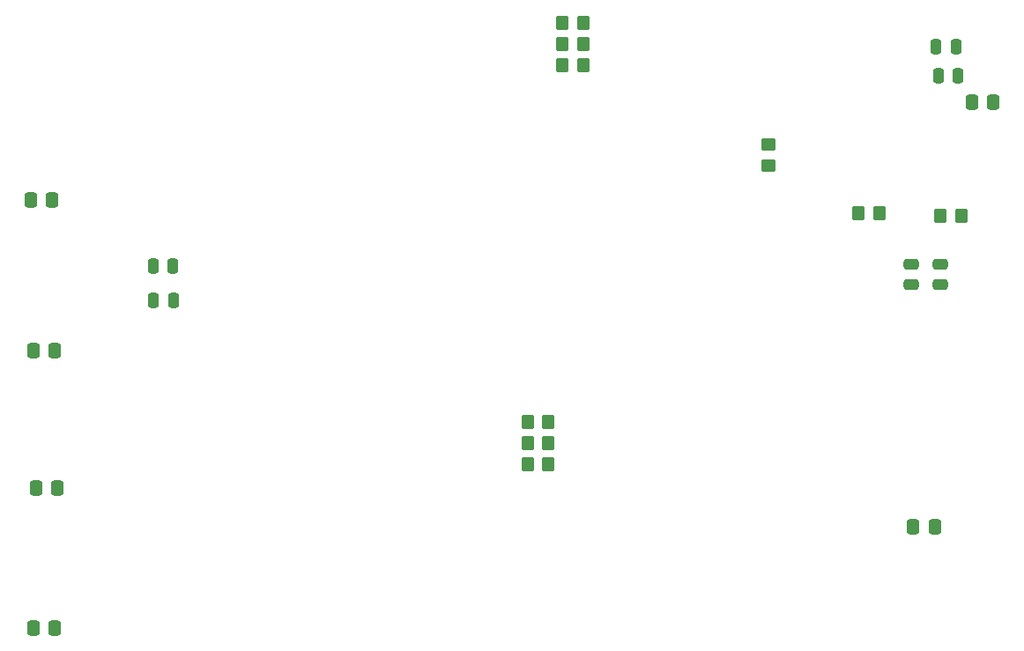
<source format=gbr>
%TF.GenerationSoftware,KiCad,Pcbnew,8.0.2*%
%TF.CreationDate,2025-02-26T22:38:59-05:00*%
%TF.ProjectId,MainPCB,4d61696e-5043-4422-9e6b-696361645f70,rev?*%
%TF.SameCoordinates,Original*%
%TF.FileFunction,Paste,Bot*%
%TF.FilePolarity,Positive*%
%FSLAX46Y46*%
G04 Gerber Fmt 4.6, Leading zero omitted, Abs format (unit mm)*
G04 Created by KiCad (PCBNEW 8.0.2) date 2025-02-26 22:38:59*
%MOMM*%
%LPD*%
G01*
G04 APERTURE LIST*
G04 Aperture macros list*
%AMRoundRect*
0 Rectangle with rounded corners*
0 $1 Rounding radius*
0 $2 $3 $4 $5 $6 $7 $8 $9 X,Y pos of 4 corners*
0 Add a 4 corners polygon primitive as box body*
4,1,4,$2,$3,$4,$5,$6,$7,$8,$9,$2,$3,0*
0 Add four circle primitives for the rounded corners*
1,1,$1+$1,$2,$3*
1,1,$1+$1,$4,$5*
1,1,$1+$1,$6,$7*
1,1,$1+$1,$8,$9*
0 Add four rect primitives between the rounded corners*
20,1,$1+$1,$2,$3,$4,$5,0*
20,1,$1+$1,$4,$5,$6,$7,0*
20,1,$1+$1,$6,$7,$8,$9,0*
20,1,$1+$1,$8,$9,$2,$3,0*%
G04 Aperture macros list end*
%ADD10RoundRect,0.250000X0.350000X0.450000X-0.350000X0.450000X-0.350000X-0.450000X0.350000X-0.450000X0*%
%ADD11RoundRect,0.250000X-0.450000X0.350000X-0.450000X-0.350000X0.450000X-0.350000X0.450000X0.350000X0*%
%ADD12RoundRect,0.250000X-0.337500X-0.475000X0.337500X-0.475000X0.337500X0.475000X-0.337500X0.475000X0*%
%ADD13RoundRect,0.250000X0.337500X0.475000X-0.337500X0.475000X-0.337500X-0.475000X0.337500X-0.475000X0*%
%ADD14RoundRect,0.250000X-0.350000X-0.450000X0.350000X-0.450000X0.350000X0.450000X-0.350000X0.450000X0*%
%ADD15RoundRect,0.250000X0.250000X0.475000X-0.250000X0.475000X-0.250000X-0.475000X0.250000X-0.475000X0*%
%ADD16RoundRect,0.250000X-0.475000X0.250000X-0.475000X-0.250000X0.475000X-0.250000X0.475000X0.250000X0*%
G04 APERTURE END LIST*
D10*
%TO.C,R25*%
X137668000Y-91186000D03*
X135668000Y-91186000D03*
%TD*%
%TO.C,R24*%
X129778000Y-90932000D03*
X127778000Y-90932000D03*
%TD*%
D11*
%TO.C,R23*%
X119126000Y-84344000D03*
X119126000Y-86344000D03*
%TD*%
D12*
%TO.C,C15*%
X138662500Y-80264000D03*
X140737500Y-80264000D03*
%TD*%
D13*
%TO.C,R2*%
X135128000Y-121070000D03*
X133053000Y-121070000D03*
%TD*%
D14*
%TO.C,R11*%
X99346000Y-76708000D03*
X101346000Y-76708000D03*
%TD*%
D12*
%TO.C,R3*%
X48238500Y-89662000D03*
X50313500Y-89662000D03*
%TD*%
D10*
%TO.C,R7*%
X97996000Y-113030000D03*
X95996000Y-113030000D03*
%TD*%
D15*
%TO.C,C9*%
X61910000Y-96012000D03*
X60010000Y-96012000D03*
%TD*%
%TO.C,C6*%
X137348000Y-77724000D03*
X135448000Y-77724000D03*
%TD*%
D12*
%TO.C,R4*%
X48492500Y-104140000D03*
X50567500Y-104140000D03*
%TD*%
D10*
%TO.C,R8*%
X98012000Y-115062000D03*
X96012000Y-115062000D03*
%TD*%
D16*
%TO.C,C1*%
X132842000Y-95890000D03*
X132842000Y-97790000D03*
%TD*%
D12*
%TO.C,R6*%
X48746500Y-117348000D03*
X50821500Y-117348000D03*
%TD*%
D10*
%TO.C,R9*%
X99346000Y-72644000D03*
X101346000Y-72644000D03*
%TD*%
D15*
%TO.C,C5*%
X137160000Y-74930000D03*
X135260000Y-74930000D03*
%TD*%
D12*
%TO.C,R5*%
X48492500Y-130810000D03*
X50567500Y-130810000D03*
%TD*%
D16*
%TO.C,C2*%
X135636000Y-95890000D03*
X135636000Y-97790000D03*
%TD*%
D10*
%TO.C,R10*%
X101346000Y-74676000D03*
X99346000Y-74676000D03*
%TD*%
D15*
%TO.C,C10*%
X61976000Y-99314000D03*
X60076000Y-99314000D03*
%TD*%
D10*
%TO.C,R1*%
X98012000Y-110998000D03*
X96012000Y-110998000D03*
%TD*%
M02*

</source>
